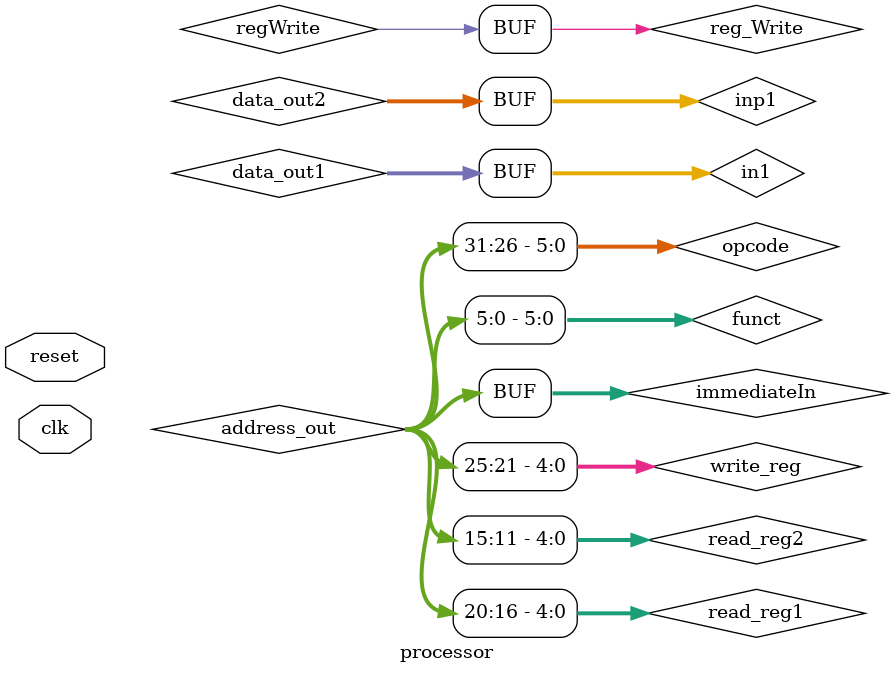
<source format=v>
`timescale 1ns / 1ps


module processor(
       input clk,
       input reset
    );
    
 
    
    //Instruction Fetch 
    wire [31:0]address_out;
    IF mod1(clk, reset, address_out);
    
    //Intruction decode
    wire[4:0] read_reg1, read_reg2, write_reg;
    wire regWrite; 
    wire[31:0] write_data;
    wire[31:0] data_out1, data_out2;
    assign read_reg1 =  address_out[20:16];
    assign read_reg2 =  address_out[15:11];
    assign write_reg =  address_out[25:21];
    
    //immgen
    wire [31:0]immediateIn, immediate;
    wire immsel;
    assign immediateIn = address_out[31:0];
    
    

   //control unit 
    wire [5:0] funct, opcode;
    wire[2:0] ALU_operation;
    wire reg_Write, alusrc, memtoreg;
    assign funct = address_out[5:0];
    assign opcode = address_out[31:26];
    assign regWrite = reg_Write;
    
    
    //ALU 
    wire [31:0] in1, in2;
    wire [2:0]aluOP;
    wire [31:0] result; 
     assign in1 = data_out1;
     assign aluOP = ALU_operation;
    
    //mux1 
      wire [31:0] inp1, inp2;
      wire aluSRC;
      wire [31:0]out; 
      assign inp1 = data_out2;
      assign inp2 = immediate;
      assign aluSRC = alusrc;
      assign out = aluSRC?inp2:inp1;
      assign in2 = out;
      
     //mux2 
      wire[31:0] a1, a2;
      wire memTOreg;
      wire [31:0] b;
      assign a1 = result; 
      assign a2 = immediate; 
      assign memTOreg = memtoreg;
      assign b = memTOreg?a2:a1;
      assign write_data = b;
      
      
   
    
    //assign write_data = result;//write back 
    
    //instantiation 
   // instructionMemory mod2(address_read, address_out);
    registerfile mod3(clk, regWrite, reset, read_reg1, read_reg2, write_reg, write_data, data_out1, data_out2);
    Imm_gen mod4(immediateIn, immsel, immediate);
    control_unit mod5(opcode, funct, ALU_operation, reg_Write, immsel, alusrc, memtoreg);
    ALU mod6(in1, in2, aluOP, result);
    //mux mod7(inp1, inp2, alusrc, out);
   // mux mod8(a1, a2, memtoreg, b);
    
    
endmodule

</source>
